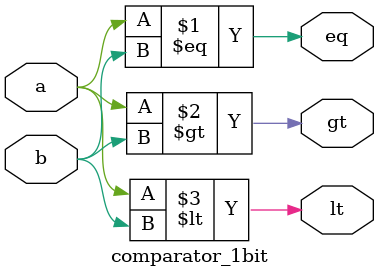
<source format=v>
`timescale 1ns / 1ps
module comparator_1bit(
    input a, b,
    output eq, gt, lt
);
    assign eq = (a == b);
    assign gt = (a > b);
    assign lt = (a < b);
endmodule

</source>
